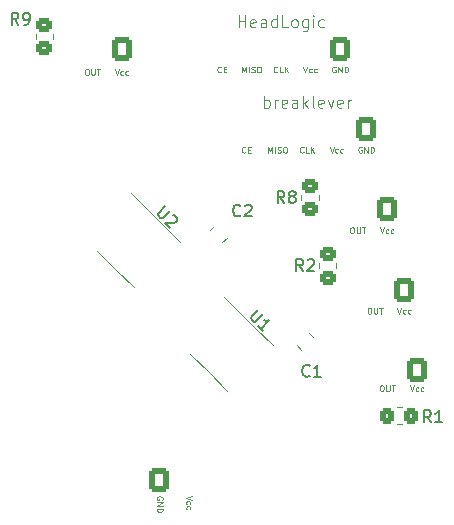
<source format=gto>
%TF.GenerationSoftware,KiCad,Pcbnew,7.0.9*%
%TF.CreationDate,2023-12-16T21:23:10+01:00*%
%TF.ProjectId,LH_GripLogicBoard_FreeJoy,4c485f47-7269-4704-9c6f-676963426f61,rev?*%
%TF.SameCoordinates,Original*%
%TF.FileFunction,Legend,Top*%
%TF.FilePolarity,Positive*%
%FSLAX46Y46*%
G04 Gerber Fmt 4.6, Leading zero omitted, Abs format (unit mm)*
G04 Created by KiCad (PCBNEW 7.0.9) date 2023-12-16 21:23:10*
%MOMM*%
%LPD*%
G01*
G04 APERTURE LIST*
G04 Aperture macros list*
%AMRoundRect*
0 Rectangle with rounded corners*
0 $1 Rounding radius*
0 $2 $3 $4 $5 $6 $7 $8 $9 X,Y pos of 4 corners*
0 Add a 4 corners polygon primitive as box body*
4,1,4,$2,$3,$4,$5,$6,$7,$8,$9,$2,$3,0*
0 Add four circle primitives for the rounded corners*
1,1,$1+$1,$2,$3*
1,1,$1+$1,$4,$5*
1,1,$1+$1,$6,$7*
1,1,$1+$1,$8,$9*
0 Add four rect primitives between the rounded corners*
20,1,$1+$1,$2,$3,$4,$5,0*
20,1,$1+$1,$4,$5,$6,$7,0*
20,1,$1+$1,$6,$7,$8,$9,0*
20,1,$1+$1,$8,$9,$2,$3,0*%
G04 Aperture macros list end*
%ADD10C,0.075000*%
%ADD11C,0.100000*%
%ADD12C,0.150000*%
%ADD13C,0.120000*%
%ADD14RoundRect,0.250000X0.600000X0.725000X-0.600000X0.725000X-0.600000X-0.725000X0.600000X-0.725000X0*%
%ADD15O,1.700000X1.950000*%
%ADD16RoundRect,0.250000X0.600000X0.750000X-0.600000X0.750000X-0.600000X-0.750000X0.600000X-0.750000X0*%
%ADD17O,1.700000X2.000000*%
%ADD18RoundRect,0.250000X-0.600000X-0.725000X0.600000X-0.725000X0.600000X0.725000X-0.600000X0.725000X0*%
%ADD19RoundRect,0.250000X0.574524X0.097227X0.097227X0.574524X-0.574524X-0.097227X-0.097227X-0.574524X0*%
%ADD20RoundRect,0.250000X0.450000X-0.350000X0.450000X0.350000X-0.450000X0.350000X-0.450000X-0.350000X0*%
%ADD21RoundRect,0.100000X-0.521491X0.380070X0.380070X-0.521491X0.521491X-0.380070X-0.380070X0.521491X0*%
%ADD22RoundRect,0.250000X-0.350000X-0.450000X0.350000X-0.450000X0.350000X0.450000X-0.350000X0.450000X0*%
%ADD23C,2.200000*%
%ADD24RoundRect,0.250000X-0.097227X0.574524X-0.574524X0.097227X0.097227X-0.574524X0.574524X-0.097227X0*%
G04 APERTURE END LIST*
D10*
X52659999Y-47539909D02*
X52755237Y-47539909D01*
X52755237Y-47539909D02*
X52802856Y-47563719D01*
X52802856Y-47563719D02*
X52850475Y-47611338D01*
X52850475Y-47611338D02*
X52874285Y-47706576D01*
X52874285Y-47706576D02*
X52874285Y-47873242D01*
X52874285Y-47873242D02*
X52850475Y-47968480D01*
X52850475Y-47968480D02*
X52802856Y-48016100D01*
X52802856Y-48016100D02*
X52755237Y-48039909D01*
X52755237Y-48039909D02*
X52659999Y-48039909D01*
X52659999Y-48039909D02*
X52612380Y-48016100D01*
X52612380Y-48016100D02*
X52564761Y-47968480D01*
X52564761Y-47968480D02*
X52540952Y-47873242D01*
X52540952Y-47873242D02*
X52540952Y-47706576D01*
X52540952Y-47706576D02*
X52564761Y-47611338D01*
X52564761Y-47611338D02*
X52612380Y-47563719D01*
X52612380Y-47563719D02*
X52659999Y-47539909D01*
X53088571Y-47539909D02*
X53088571Y-47944671D01*
X53088571Y-47944671D02*
X53112381Y-47992290D01*
X53112381Y-47992290D02*
X53136190Y-48016100D01*
X53136190Y-48016100D02*
X53183809Y-48039909D01*
X53183809Y-48039909D02*
X53279047Y-48039909D01*
X53279047Y-48039909D02*
X53326666Y-48016100D01*
X53326666Y-48016100D02*
X53350476Y-47992290D01*
X53350476Y-47992290D02*
X53374285Y-47944671D01*
X53374285Y-47944671D02*
X53374285Y-47539909D01*
X53540953Y-47539909D02*
X53826667Y-47539909D01*
X53683810Y-48039909D02*
X53683810Y-47539909D01*
X55104763Y-47539909D02*
X55271429Y-48039909D01*
X55271429Y-48039909D02*
X55438096Y-47539909D01*
X55819048Y-48016100D02*
X55771429Y-48039909D01*
X55771429Y-48039909D02*
X55676191Y-48039909D01*
X55676191Y-48039909D02*
X55628572Y-48016100D01*
X55628572Y-48016100D02*
X55604762Y-47992290D01*
X55604762Y-47992290D02*
X55580953Y-47944671D01*
X55580953Y-47944671D02*
X55580953Y-47801814D01*
X55580953Y-47801814D02*
X55604762Y-47754195D01*
X55604762Y-47754195D02*
X55628572Y-47730385D01*
X55628572Y-47730385D02*
X55676191Y-47706576D01*
X55676191Y-47706576D02*
X55771429Y-47706576D01*
X55771429Y-47706576D02*
X55819048Y-47730385D01*
X56247619Y-48016100D02*
X56200000Y-48039909D01*
X56200000Y-48039909D02*
X56104762Y-48039909D01*
X56104762Y-48039909D02*
X56057143Y-48016100D01*
X56057143Y-48016100D02*
X56033333Y-47992290D01*
X56033333Y-47992290D02*
X56009524Y-47944671D01*
X56009524Y-47944671D02*
X56009524Y-47801814D01*
X56009524Y-47801814D02*
X56033333Y-47754195D01*
X56033333Y-47754195D02*
X56057143Y-47730385D01*
X56057143Y-47730385D02*
X56104762Y-47706576D01*
X56104762Y-47706576D02*
X56200000Y-47706576D01*
X56200000Y-47706576D02*
X56247619Y-47730385D01*
X30104763Y-20762409D02*
X30271429Y-21262409D01*
X30271429Y-21262409D02*
X30438096Y-20762409D01*
X30819048Y-21238600D02*
X30771429Y-21262409D01*
X30771429Y-21262409D02*
X30676191Y-21262409D01*
X30676191Y-21262409D02*
X30628572Y-21238600D01*
X30628572Y-21238600D02*
X30604762Y-21214790D01*
X30604762Y-21214790D02*
X30580953Y-21167171D01*
X30580953Y-21167171D02*
X30580953Y-21024314D01*
X30580953Y-21024314D02*
X30604762Y-20976695D01*
X30604762Y-20976695D02*
X30628572Y-20952885D01*
X30628572Y-20952885D02*
X30676191Y-20929076D01*
X30676191Y-20929076D02*
X30771429Y-20929076D01*
X30771429Y-20929076D02*
X30819048Y-20952885D01*
X31247619Y-21238600D02*
X31200000Y-21262409D01*
X31200000Y-21262409D02*
X31104762Y-21262409D01*
X31104762Y-21262409D02*
X31057143Y-21238600D01*
X31057143Y-21238600D02*
X31033333Y-21214790D01*
X31033333Y-21214790D02*
X31009524Y-21167171D01*
X31009524Y-21167171D02*
X31009524Y-21024314D01*
X31009524Y-21024314D02*
X31033333Y-20976695D01*
X31033333Y-20976695D02*
X31057143Y-20952885D01*
X31057143Y-20952885D02*
X31104762Y-20929076D01*
X31104762Y-20929076D02*
X31200000Y-20929076D01*
X31200000Y-20929076D02*
X31247619Y-20952885D01*
X27699999Y-20762409D02*
X27795237Y-20762409D01*
X27795237Y-20762409D02*
X27842856Y-20786219D01*
X27842856Y-20786219D02*
X27890475Y-20833838D01*
X27890475Y-20833838D02*
X27914285Y-20929076D01*
X27914285Y-20929076D02*
X27914285Y-21095742D01*
X27914285Y-21095742D02*
X27890475Y-21190980D01*
X27890475Y-21190980D02*
X27842856Y-21238600D01*
X27842856Y-21238600D02*
X27795237Y-21262409D01*
X27795237Y-21262409D02*
X27699999Y-21262409D01*
X27699999Y-21262409D02*
X27652380Y-21238600D01*
X27652380Y-21238600D02*
X27604761Y-21190980D01*
X27604761Y-21190980D02*
X27580952Y-21095742D01*
X27580952Y-21095742D02*
X27580952Y-20929076D01*
X27580952Y-20929076D02*
X27604761Y-20833838D01*
X27604761Y-20833838D02*
X27652380Y-20786219D01*
X27652380Y-20786219D02*
X27699999Y-20762409D01*
X28128571Y-20762409D02*
X28128571Y-21167171D01*
X28128571Y-21167171D02*
X28152381Y-21214790D01*
X28152381Y-21214790D02*
X28176190Y-21238600D01*
X28176190Y-21238600D02*
X28223809Y-21262409D01*
X28223809Y-21262409D02*
X28319047Y-21262409D01*
X28319047Y-21262409D02*
X28366666Y-21238600D01*
X28366666Y-21238600D02*
X28390476Y-21214790D01*
X28390476Y-21214790D02*
X28414285Y-21167171D01*
X28414285Y-21167171D02*
X28414285Y-20762409D01*
X28580953Y-20762409D02*
X28866667Y-20762409D01*
X28723810Y-21262409D02*
X28723810Y-20762409D01*
X50159999Y-34159909D02*
X50255237Y-34159909D01*
X50255237Y-34159909D02*
X50302856Y-34183719D01*
X50302856Y-34183719D02*
X50350475Y-34231338D01*
X50350475Y-34231338D02*
X50374285Y-34326576D01*
X50374285Y-34326576D02*
X50374285Y-34493242D01*
X50374285Y-34493242D02*
X50350475Y-34588480D01*
X50350475Y-34588480D02*
X50302856Y-34636100D01*
X50302856Y-34636100D02*
X50255237Y-34659909D01*
X50255237Y-34659909D02*
X50159999Y-34659909D01*
X50159999Y-34659909D02*
X50112380Y-34636100D01*
X50112380Y-34636100D02*
X50064761Y-34588480D01*
X50064761Y-34588480D02*
X50040952Y-34493242D01*
X50040952Y-34493242D02*
X50040952Y-34326576D01*
X50040952Y-34326576D02*
X50064761Y-34231338D01*
X50064761Y-34231338D02*
X50112380Y-34183719D01*
X50112380Y-34183719D02*
X50159999Y-34159909D01*
X50588571Y-34159909D02*
X50588571Y-34564671D01*
X50588571Y-34564671D02*
X50612381Y-34612290D01*
X50612381Y-34612290D02*
X50636190Y-34636100D01*
X50636190Y-34636100D02*
X50683809Y-34659909D01*
X50683809Y-34659909D02*
X50779047Y-34659909D01*
X50779047Y-34659909D02*
X50826666Y-34636100D01*
X50826666Y-34636100D02*
X50850476Y-34612290D01*
X50850476Y-34612290D02*
X50874285Y-34564671D01*
X50874285Y-34564671D02*
X50874285Y-34159909D01*
X51040953Y-34159909D02*
X51326667Y-34159909D01*
X51183810Y-34659909D02*
X51183810Y-34159909D01*
D11*
X52564763Y-34158609D02*
X52731429Y-34658609D01*
X52731429Y-34658609D02*
X52898096Y-34158609D01*
X53279048Y-34634800D02*
X53231429Y-34658609D01*
X53231429Y-34658609D02*
X53136191Y-34658609D01*
X53136191Y-34658609D02*
X53088572Y-34634800D01*
X53088572Y-34634800D02*
X53064762Y-34610990D01*
X53064762Y-34610990D02*
X53040953Y-34563371D01*
X53040953Y-34563371D02*
X53040953Y-34420514D01*
X53040953Y-34420514D02*
X53064762Y-34372895D01*
X53064762Y-34372895D02*
X53088572Y-34349085D01*
X53088572Y-34349085D02*
X53136191Y-34325276D01*
X53136191Y-34325276D02*
X53231429Y-34325276D01*
X53231429Y-34325276D02*
X53279048Y-34349085D01*
X53707619Y-34634800D02*
X53660000Y-34658609D01*
X53660000Y-34658609D02*
X53564762Y-34658609D01*
X53564762Y-34658609D02*
X53517143Y-34634800D01*
X53517143Y-34634800D02*
X53493333Y-34610990D01*
X53493333Y-34610990D02*
X53469524Y-34563371D01*
X53469524Y-34563371D02*
X53469524Y-34420514D01*
X53469524Y-34420514D02*
X53493333Y-34372895D01*
X53493333Y-34372895D02*
X53517143Y-34349085D01*
X53517143Y-34349085D02*
X53564762Y-34325276D01*
X53564762Y-34325276D02*
X53660000Y-34325276D01*
X53660000Y-34325276D02*
X53707619Y-34349085D01*
D10*
X54034763Y-40959909D02*
X54201429Y-41459909D01*
X54201429Y-41459909D02*
X54368096Y-40959909D01*
X54749048Y-41436100D02*
X54701429Y-41459909D01*
X54701429Y-41459909D02*
X54606191Y-41459909D01*
X54606191Y-41459909D02*
X54558572Y-41436100D01*
X54558572Y-41436100D02*
X54534762Y-41412290D01*
X54534762Y-41412290D02*
X54510953Y-41364671D01*
X54510953Y-41364671D02*
X54510953Y-41221814D01*
X54510953Y-41221814D02*
X54534762Y-41174195D01*
X54534762Y-41174195D02*
X54558572Y-41150385D01*
X54558572Y-41150385D02*
X54606191Y-41126576D01*
X54606191Y-41126576D02*
X54701429Y-41126576D01*
X54701429Y-41126576D02*
X54749048Y-41150385D01*
X55177619Y-41436100D02*
X55130000Y-41459909D01*
X55130000Y-41459909D02*
X55034762Y-41459909D01*
X55034762Y-41459909D02*
X54987143Y-41436100D01*
X54987143Y-41436100D02*
X54963333Y-41412290D01*
X54963333Y-41412290D02*
X54939524Y-41364671D01*
X54939524Y-41364671D02*
X54939524Y-41221814D01*
X54939524Y-41221814D02*
X54963333Y-41174195D01*
X54963333Y-41174195D02*
X54987143Y-41150385D01*
X54987143Y-41150385D02*
X55034762Y-41126576D01*
X55034762Y-41126576D02*
X55130000Y-41126576D01*
X55130000Y-41126576D02*
X55177619Y-41150385D01*
X51629999Y-40959909D02*
X51725237Y-40959909D01*
X51725237Y-40959909D02*
X51772856Y-40983719D01*
X51772856Y-40983719D02*
X51820475Y-41031338D01*
X51820475Y-41031338D02*
X51844285Y-41126576D01*
X51844285Y-41126576D02*
X51844285Y-41293242D01*
X51844285Y-41293242D02*
X51820475Y-41388480D01*
X51820475Y-41388480D02*
X51772856Y-41436100D01*
X51772856Y-41436100D02*
X51725237Y-41459909D01*
X51725237Y-41459909D02*
X51629999Y-41459909D01*
X51629999Y-41459909D02*
X51582380Y-41436100D01*
X51582380Y-41436100D02*
X51534761Y-41388480D01*
X51534761Y-41388480D02*
X51510952Y-41293242D01*
X51510952Y-41293242D02*
X51510952Y-41126576D01*
X51510952Y-41126576D02*
X51534761Y-41031338D01*
X51534761Y-41031338D02*
X51582380Y-40983719D01*
X51582380Y-40983719D02*
X51629999Y-40959909D01*
X52058571Y-40959909D02*
X52058571Y-41364671D01*
X52058571Y-41364671D02*
X52082381Y-41412290D01*
X52082381Y-41412290D02*
X52106190Y-41436100D01*
X52106190Y-41436100D02*
X52153809Y-41459909D01*
X52153809Y-41459909D02*
X52249047Y-41459909D01*
X52249047Y-41459909D02*
X52296666Y-41436100D01*
X52296666Y-41436100D02*
X52320476Y-41412290D01*
X52320476Y-41412290D02*
X52344285Y-41364671D01*
X52344285Y-41364671D02*
X52344285Y-40959909D01*
X52510953Y-40959909D02*
X52796667Y-40959909D01*
X52653810Y-41459909D02*
X52653810Y-40959909D01*
X40894285Y-21049909D02*
X40894285Y-20549909D01*
X40894285Y-20549909D02*
X41060952Y-20907052D01*
X41060952Y-20907052D02*
X41227618Y-20549909D01*
X41227618Y-20549909D02*
X41227618Y-21049909D01*
X41465714Y-21049909D02*
X41465714Y-20549909D01*
X41680000Y-21026100D02*
X41751428Y-21049909D01*
X41751428Y-21049909D02*
X41870476Y-21049909D01*
X41870476Y-21049909D02*
X41918095Y-21026100D01*
X41918095Y-21026100D02*
X41941904Y-21002290D01*
X41941904Y-21002290D02*
X41965714Y-20954671D01*
X41965714Y-20954671D02*
X41965714Y-20907052D01*
X41965714Y-20907052D02*
X41941904Y-20859433D01*
X41941904Y-20859433D02*
X41918095Y-20835623D01*
X41918095Y-20835623D02*
X41870476Y-20811814D01*
X41870476Y-20811814D02*
X41775238Y-20788004D01*
X41775238Y-20788004D02*
X41727619Y-20764195D01*
X41727619Y-20764195D02*
X41703809Y-20740385D01*
X41703809Y-20740385D02*
X41680000Y-20692766D01*
X41680000Y-20692766D02*
X41680000Y-20645147D01*
X41680000Y-20645147D02*
X41703809Y-20597528D01*
X41703809Y-20597528D02*
X41727619Y-20573719D01*
X41727619Y-20573719D02*
X41775238Y-20549909D01*
X41775238Y-20549909D02*
X41894285Y-20549909D01*
X41894285Y-20549909D02*
X41965714Y-20573719D01*
X42275237Y-20549909D02*
X42370475Y-20549909D01*
X42370475Y-20549909D02*
X42418094Y-20573719D01*
X42418094Y-20573719D02*
X42465713Y-20621338D01*
X42465713Y-20621338D02*
X42489523Y-20716576D01*
X42489523Y-20716576D02*
X42489523Y-20883242D01*
X42489523Y-20883242D02*
X42465713Y-20978480D01*
X42465713Y-20978480D02*
X42418094Y-21026100D01*
X42418094Y-21026100D02*
X42370475Y-21049909D01*
X42370475Y-21049909D02*
X42275237Y-21049909D01*
X42275237Y-21049909D02*
X42227618Y-21026100D01*
X42227618Y-21026100D02*
X42179999Y-20978480D01*
X42179999Y-20978480D02*
X42156190Y-20883242D01*
X42156190Y-20883242D02*
X42156190Y-20716576D01*
X42156190Y-20716576D02*
X42179999Y-20621338D01*
X42179999Y-20621338D02*
X42227618Y-20573719D01*
X42227618Y-20573719D02*
X42275237Y-20549909D01*
X46084763Y-20549909D02*
X46251429Y-21049909D01*
X46251429Y-21049909D02*
X46418096Y-20549909D01*
X46799048Y-21026100D02*
X46751429Y-21049909D01*
X46751429Y-21049909D02*
X46656191Y-21049909D01*
X46656191Y-21049909D02*
X46608572Y-21026100D01*
X46608572Y-21026100D02*
X46584762Y-21002290D01*
X46584762Y-21002290D02*
X46560953Y-20954671D01*
X46560953Y-20954671D02*
X46560953Y-20811814D01*
X46560953Y-20811814D02*
X46584762Y-20764195D01*
X46584762Y-20764195D02*
X46608572Y-20740385D01*
X46608572Y-20740385D02*
X46656191Y-20716576D01*
X46656191Y-20716576D02*
X46751429Y-20716576D01*
X46751429Y-20716576D02*
X46799048Y-20740385D01*
X47227619Y-21026100D02*
X47180000Y-21049909D01*
X47180000Y-21049909D02*
X47084762Y-21049909D01*
X47084762Y-21049909D02*
X47037143Y-21026100D01*
X47037143Y-21026100D02*
X47013333Y-21002290D01*
X47013333Y-21002290D02*
X46989524Y-20954671D01*
X46989524Y-20954671D02*
X46989524Y-20811814D01*
X46989524Y-20811814D02*
X47013333Y-20764195D01*
X47013333Y-20764195D02*
X47037143Y-20740385D01*
X47037143Y-20740385D02*
X47084762Y-20716576D01*
X47084762Y-20716576D02*
X47180000Y-20716576D01*
X47180000Y-20716576D02*
X47227619Y-20740385D01*
X43882380Y-21002290D02*
X43858571Y-21026100D01*
X43858571Y-21026100D02*
X43787142Y-21049909D01*
X43787142Y-21049909D02*
X43739523Y-21049909D01*
X43739523Y-21049909D02*
X43668095Y-21026100D01*
X43668095Y-21026100D02*
X43620476Y-20978480D01*
X43620476Y-20978480D02*
X43596666Y-20930861D01*
X43596666Y-20930861D02*
X43572857Y-20835623D01*
X43572857Y-20835623D02*
X43572857Y-20764195D01*
X43572857Y-20764195D02*
X43596666Y-20668957D01*
X43596666Y-20668957D02*
X43620476Y-20621338D01*
X43620476Y-20621338D02*
X43668095Y-20573719D01*
X43668095Y-20573719D02*
X43739523Y-20549909D01*
X43739523Y-20549909D02*
X43787142Y-20549909D01*
X43787142Y-20549909D02*
X43858571Y-20573719D01*
X43858571Y-20573719D02*
X43882380Y-20597528D01*
X44334761Y-21049909D02*
X44096666Y-21049909D01*
X44096666Y-21049909D02*
X44096666Y-20549909D01*
X44501428Y-21049909D02*
X44501428Y-20549909D01*
X44787142Y-21049909D02*
X44572857Y-20764195D01*
X44787142Y-20549909D02*
X44501428Y-20835623D01*
X48799047Y-20573719D02*
X48751428Y-20549909D01*
X48751428Y-20549909D02*
X48679999Y-20549909D01*
X48679999Y-20549909D02*
X48608571Y-20573719D01*
X48608571Y-20573719D02*
X48560952Y-20621338D01*
X48560952Y-20621338D02*
X48537142Y-20668957D01*
X48537142Y-20668957D02*
X48513333Y-20764195D01*
X48513333Y-20764195D02*
X48513333Y-20835623D01*
X48513333Y-20835623D02*
X48537142Y-20930861D01*
X48537142Y-20930861D02*
X48560952Y-20978480D01*
X48560952Y-20978480D02*
X48608571Y-21026100D01*
X48608571Y-21026100D02*
X48679999Y-21049909D01*
X48679999Y-21049909D02*
X48727618Y-21049909D01*
X48727618Y-21049909D02*
X48799047Y-21026100D01*
X48799047Y-21026100D02*
X48822856Y-21002290D01*
X48822856Y-21002290D02*
X48822856Y-20835623D01*
X48822856Y-20835623D02*
X48727618Y-20835623D01*
X49037142Y-21049909D02*
X49037142Y-20549909D01*
X49037142Y-20549909D02*
X49322856Y-21049909D01*
X49322856Y-21049909D02*
X49322856Y-20549909D01*
X49560952Y-21049909D02*
X49560952Y-20549909D01*
X49560952Y-20549909D02*
X49680000Y-20549909D01*
X49680000Y-20549909D02*
X49751428Y-20573719D01*
X49751428Y-20573719D02*
X49799047Y-20621338D01*
X49799047Y-20621338D02*
X49822857Y-20668957D01*
X49822857Y-20668957D02*
X49846666Y-20764195D01*
X49846666Y-20764195D02*
X49846666Y-20835623D01*
X49846666Y-20835623D02*
X49822857Y-20930861D01*
X49822857Y-20930861D02*
X49799047Y-20978480D01*
X49799047Y-20978480D02*
X49751428Y-21026100D01*
X49751428Y-21026100D02*
X49680000Y-21049909D01*
X49680000Y-21049909D02*
X49560952Y-21049909D01*
X39108571Y-21002290D02*
X39084762Y-21026100D01*
X39084762Y-21026100D02*
X39013333Y-21049909D01*
X39013333Y-21049909D02*
X38965714Y-21049909D01*
X38965714Y-21049909D02*
X38894286Y-21026100D01*
X38894286Y-21026100D02*
X38846667Y-20978480D01*
X38846667Y-20978480D02*
X38822857Y-20930861D01*
X38822857Y-20930861D02*
X38799048Y-20835623D01*
X38799048Y-20835623D02*
X38799048Y-20764195D01*
X38799048Y-20764195D02*
X38822857Y-20668957D01*
X38822857Y-20668957D02*
X38846667Y-20621338D01*
X38846667Y-20621338D02*
X38894286Y-20573719D01*
X38894286Y-20573719D02*
X38965714Y-20549909D01*
X38965714Y-20549909D02*
X39013333Y-20549909D01*
X39013333Y-20549909D02*
X39084762Y-20573719D01*
X39084762Y-20573719D02*
X39108571Y-20597528D01*
X39322857Y-20788004D02*
X39489524Y-20788004D01*
X39560952Y-21049909D02*
X39322857Y-21049909D01*
X39322857Y-21049909D02*
X39322857Y-20549909D01*
X39322857Y-20549909D02*
X39560952Y-20549909D01*
D11*
X40594762Y-17212419D02*
X40594762Y-16212419D01*
X40594762Y-16688609D02*
X41166190Y-16688609D01*
X41166190Y-17212419D02*
X41166190Y-16212419D01*
X42023333Y-17164800D02*
X41928095Y-17212419D01*
X41928095Y-17212419D02*
X41737619Y-17212419D01*
X41737619Y-17212419D02*
X41642381Y-17164800D01*
X41642381Y-17164800D02*
X41594762Y-17069561D01*
X41594762Y-17069561D02*
X41594762Y-16688609D01*
X41594762Y-16688609D02*
X41642381Y-16593371D01*
X41642381Y-16593371D02*
X41737619Y-16545752D01*
X41737619Y-16545752D02*
X41928095Y-16545752D01*
X41928095Y-16545752D02*
X42023333Y-16593371D01*
X42023333Y-16593371D02*
X42070952Y-16688609D01*
X42070952Y-16688609D02*
X42070952Y-16783847D01*
X42070952Y-16783847D02*
X41594762Y-16879085D01*
X42928095Y-17212419D02*
X42928095Y-16688609D01*
X42928095Y-16688609D02*
X42880476Y-16593371D01*
X42880476Y-16593371D02*
X42785238Y-16545752D01*
X42785238Y-16545752D02*
X42594762Y-16545752D01*
X42594762Y-16545752D02*
X42499524Y-16593371D01*
X42928095Y-17164800D02*
X42832857Y-17212419D01*
X42832857Y-17212419D02*
X42594762Y-17212419D01*
X42594762Y-17212419D02*
X42499524Y-17164800D01*
X42499524Y-17164800D02*
X42451905Y-17069561D01*
X42451905Y-17069561D02*
X42451905Y-16974323D01*
X42451905Y-16974323D02*
X42499524Y-16879085D01*
X42499524Y-16879085D02*
X42594762Y-16831466D01*
X42594762Y-16831466D02*
X42832857Y-16831466D01*
X42832857Y-16831466D02*
X42928095Y-16783847D01*
X43832857Y-17212419D02*
X43832857Y-16212419D01*
X43832857Y-17164800D02*
X43737619Y-17212419D01*
X43737619Y-17212419D02*
X43547143Y-17212419D01*
X43547143Y-17212419D02*
X43451905Y-17164800D01*
X43451905Y-17164800D02*
X43404286Y-17117180D01*
X43404286Y-17117180D02*
X43356667Y-17021942D01*
X43356667Y-17021942D02*
X43356667Y-16736228D01*
X43356667Y-16736228D02*
X43404286Y-16640990D01*
X43404286Y-16640990D02*
X43451905Y-16593371D01*
X43451905Y-16593371D02*
X43547143Y-16545752D01*
X43547143Y-16545752D02*
X43737619Y-16545752D01*
X43737619Y-16545752D02*
X43832857Y-16593371D01*
X44785238Y-17212419D02*
X44309048Y-17212419D01*
X44309048Y-17212419D02*
X44309048Y-16212419D01*
X45261429Y-17212419D02*
X45166191Y-17164800D01*
X45166191Y-17164800D02*
X45118572Y-17117180D01*
X45118572Y-17117180D02*
X45070953Y-17021942D01*
X45070953Y-17021942D02*
X45070953Y-16736228D01*
X45070953Y-16736228D02*
X45118572Y-16640990D01*
X45118572Y-16640990D02*
X45166191Y-16593371D01*
X45166191Y-16593371D02*
X45261429Y-16545752D01*
X45261429Y-16545752D02*
X45404286Y-16545752D01*
X45404286Y-16545752D02*
X45499524Y-16593371D01*
X45499524Y-16593371D02*
X45547143Y-16640990D01*
X45547143Y-16640990D02*
X45594762Y-16736228D01*
X45594762Y-16736228D02*
X45594762Y-17021942D01*
X45594762Y-17021942D02*
X45547143Y-17117180D01*
X45547143Y-17117180D02*
X45499524Y-17164800D01*
X45499524Y-17164800D02*
X45404286Y-17212419D01*
X45404286Y-17212419D02*
X45261429Y-17212419D01*
X46451905Y-16545752D02*
X46451905Y-17355276D01*
X46451905Y-17355276D02*
X46404286Y-17450514D01*
X46404286Y-17450514D02*
X46356667Y-17498133D01*
X46356667Y-17498133D02*
X46261429Y-17545752D01*
X46261429Y-17545752D02*
X46118572Y-17545752D01*
X46118572Y-17545752D02*
X46023334Y-17498133D01*
X46451905Y-17164800D02*
X46356667Y-17212419D01*
X46356667Y-17212419D02*
X46166191Y-17212419D01*
X46166191Y-17212419D02*
X46070953Y-17164800D01*
X46070953Y-17164800D02*
X46023334Y-17117180D01*
X46023334Y-17117180D02*
X45975715Y-17021942D01*
X45975715Y-17021942D02*
X45975715Y-16736228D01*
X45975715Y-16736228D02*
X46023334Y-16640990D01*
X46023334Y-16640990D02*
X46070953Y-16593371D01*
X46070953Y-16593371D02*
X46166191Y-16545752D01*
X46166191Y-16545752D02*
X46356667Y-16545752D01*
X46356667Y-16545752D02*
X46451905Y-16593371D01*
X46928096Y-17212419D02*
X46928096Y-16545752D01*
X46928096Y-16212419D02*
X46880477Y-16260038D01*
X46880477Y-16260038D02*
X46928096Y-16307657D01*
X46928096Y-16307657D02*
X46975715Y-16260038D01*
X46975715Y-16260038D02*
X46928096Y-16212419D01*
X46928096Y-16212419D02*
X46928096Y-16307657D01*
X47832857Y-17164800D02*
X47737619Y-17212419D01*
X47737619Y-17212419D02*
X47547143Y-17212419D01*
X47547143Y-17212419D02*
X47451905Y-17164800D01*
X47451905Y-17164800D02*
X47404286Y-17117180D01*
X47404286Y-17117180D02*
X47356667Y-17021942D01*
X47356667Y-17021942D02*
X47356667Y-16736228D01*
X47356667Y-16736228D02*
X47404286Y-16640990D01*
X47404286Y-16640990D02*
X47451905Y-16593371D01*
X47451905Y-16593371D02*
X47547143Y-16545752D01*
X47547143Y-16545752D02*
X47737619Y-16545752D01*
X47737619Y-16545752D02*
X47832857Y-16593371D01*
D10*
X48294763Y-27349909D02*
X48461429Y-27849909D01*
X48461429Y-27849909D02*
X48628096Y-27349909D01*
X49009048Y-27826100D02*
X48961429Y-27849909D01*
X48961429Y-27849909D02*
X48866191Y-27849909D01*
X48866191Y-27849909D02*
X48818572Y-27826100D01*
X48818572Y-27826100D02*
X48794762Y-27802290D01*
X48794762Y-27802290D02*
X48770953Y-27754671D01*
X48770953Y-27754671D02*
X48770953Y-27611814D01*
X48770953Y-27611814D02*
X48794762Y-27564195D01*
X48794762Y-27564195D02*
X48818572Y-27540385D01*
X48818572Y-27540385D02*
X48866191Y-27516576D01*
X48866191Y-27516576D02*
X48961429Y-27516576D01*
X48961429Y-27516576D02*
X49009048Y-27540385D01*
X49437619Y-27826100D02*
X49390000Y-27849909D01*
X49390000Y-27849909D02*
X49294762Y-27849909D01*
X49294762Y-27849909D02*
X49247143Y-27826100D01*
X49247143Y-27826100D02*
X49223333Y-27802290D01*
X49223333Y-27802290D02*
X49199524Y-27754671D01*
X49199524Y-27754671D02*
X49199524Y-27611814D01*
X49199524Y-27611814D02*
X49223333Y-27564195D01*
X49223333Y-27564195D02*
X49247143Y-27540385D01*
X49247143Y-27540385D02*
X49294762Y-27516576D01*
X49294762Y-27516576D02*
X49390000Y-27516576D01*
X49390000Y-27516576D02*
X49437619Y-27540385D01*
X43104285Y-27849909D02*
X43104285Y-27349909D01*
X43104285Y-27349909D02*
X43270952Y-27707052D01*
X43270952Y-27707052D02*
X43437618Y-27349909D01*
X43437618Y-27349909D02*
X43437618Y-27849909D01*
X43675714Y-27849909D02*
X43675714Y-27349909D01*
X43890000Y-27826100D02*
X43961428Y-27849909D01*
X43961428Y-27849909D02*
X44080476Y-27849909D01*
X44080476Y-27849909D02*
X44128095Y-27826100D01*
X44128095Y-27826100D02*
X44151904Y-27802290D01*
X44151904Y-27802290D02*
X44175714Y-27754671D01*
X44175714Y-27754671D02*
X44175714Y-27707052D01*
X44175714Y-27707052D02*
X44151904Y-27659433D01*
X44151904Y-27659433D02*
X44128095Y-27635623D01*
X44128095Y-27635623D02*
X44080476Y-27611814D01*
X44080476Y-27611814D02*
X43985238Y-27588004D01*
X43985238Y-27588004D02*
X43937619Y-27564195D01*
X43937619Y-27564195D02*
X43913809Y-27540385D01*
X43913809Y-27540385D02*
X43890000Y-27492766D01*
X43890000Y-27492766D02*
X43890000Y-27445147D01*
X43890000Y-27445147D02*
X43913809Y-27397528D01*
X43913809Y-27397528D02*
X43937619Y-27373719D01*
X43937619Y-27373719D02*
X43985238Y-27349909D01*
X43985238Y-27349909D02*
X44104285Y-27349909D01*
X44104285Y-27349909D02*
X44175714Y-27373719D01*
X44485237Y-27349909D02*
X44580475Y-27349909D01*
X44580475Y-27349909D02*
X44628094Y-27373719D01*
X44628094Y-27373719D02*
X44675713Y-27421338D01*
X44675713Y-27421338D02*
X44699523Y-27516576D01*
X44699523Y-27516576D02*
X44699523Y-27683242D01*
X44699523Y-27683242D02*
X44675713Y-27778480D01*
X44675713Y-27778480D02*
X44628094Y-27826100D01*
X44628094Y-27826100D02*
X44580475Y-27849909D01*
X44580475Y-27849909D02*
X44485237Y-27849909D01*
X44485237Y-27849909D02*
X44437618Y-27826100D01*
X44437618Y-27826100D02*
X44389999Y-27778480D01*
X44389999Y-27778480D02*
X44366190Y-27683242D01*
X44366190Y-27683242D02*
X44366190Y-27516576D01*
X44366190Y-27516576D02*
X44389999Y-27421338D01*
X44389999Y-27421338D02*
X44437618Y-27373719D01*
X44437618Y-27373719D02*
X44485237Y-27349909D01*
X46092380Y-27802290D02*
X46068571Y-27826100D01*
X46068571Y-27826100D02*
X45997142Y-27849909D01*
X45997142Y-27849909D02*
X45949523Y-27849909D01*
X45949523Y-27849909D02*
X45878095Y-27826100D01*
X45878095Y-27826100D02*
X45830476Y-27778480D01*
X45830476Y-27778480D02*
X45806666Y-27730861D01*
X45806666Y-27730861D02*
X45782857Y-27635623D01*
X45782857Y-27635623D02*
X45782857Y-27564195D01*
X45782857Y-27564195D02*
X45806666Y-27468957D01*
X45806666Y-27468957D02*
X45830476Y-27421338D01*
X45830476Y-27421338D02*
X45878095Y-27373719D01*
X45878095Y-27373719D02*
X45949523Y-27349909D01*
X45949523Y-27349909D02*
X45997142Y-27349909D01*
X45997142Y-27349909D02*
X46068571Y-27373719D01*
X46068571Y-27373719D02*
X46092380Y-27397528D01*
X46544761Y-27849909D02*
X46306666Y-27849909D01*
X46306666Y-27849909D02*
X46306666Y-27349909D01*
X46711428Y-27849909D02*
X46711428Y-27349909D01*
X46997142Y-27849909D02*
X46782857Y-27564195D01*
X46997142Y-27349909D02*
X46711428Y-27635623D01*
X51009047Y-27373719D02*
X50961428Y-27349909D01*
X50961428Y-27349909D02*
X50889999Y-27349909D01*
X50889999Y-27349909D02*
X50818571Y-27373719D01*
X50818571Y-27373719D02*
X50770952Y-27421338D01*
X50770952Y-27421338D02*
X50747142Y-27468957D01*
X50747142Y-27468957D02*
X50723333Y-27564195D01*
X50723333Y-27564195D02*
X50723333Y-27635623D01*
X50723333Y-27635623D02*
X50747142Y-27730861D01*
X50747142Y-27730861D02*
X50770952Y-27778480D01*
X50770952Y-27778480D02*
X50818571Y-27826100D01*
X50818571Y-27826100D02*
X50889999Y-27849909D01*
X50889999Y-27849909D02*
X50937618Y-27849909D01*
X50937618Y-27849909D02*
X51009047Y-27826100D01*
X51009047Y-27826100D02*
X51032856Y-27802290D01*
X51032856Y-27802290D02*
X51032856Y-27635623D01*
X51032856Y-27635623D02*
X50937618Y-27635623D01*
X51247142Y-27849909D02*
X51247142Y-27349909D01*
X51247142Y-27349909D02*
X51532856Y-27849909D01*
X51532856Y-27849909D02*
X51532856Y-27349909D01*
X51770952Y-27849909D02*
X51770952Y-27349909D01*
X51770952Y-27349909D02*
X51890000Y-27349909D01*
X51890000Y-27349909D02*
X51961428Y-27373719D01*
X51961428Y-27373719D02*
X52009047Y-27421338D01*
X52009047Y-27421338D02*
X52032857Y-27468957D01*
X52032857Y-27468957D02*
X52056666Y-27564195D01*
X52056666Y-27564195D02*
X52056666Y-27635623D01*
X52056666Y-27635623D02*
X52032857Y-27730861D01*
X52032857Y-27730861D02*
X52009047Y-27778480D01*
X52009047Y-27778480D02*
X51961428Y-27826100D01*
X51961428Y-27826100D02*
X51890000Y-27849909D01*
X51890000Y-27849909D02*
X51770952Y-27849909D01*
D11*
X42760951Y-24022419D02*
X42760951Y-23022419D01*
X42760951Y-23403371D02*
X42856189Y-23355752D01*
X42856189Y-23355752D02*
X43046665Y-23355752D01*
X43046665Y-23355752D02*
X43141903Y-23403371D01*
X43141903Y-23403371D02*
X43189522Y-23450990D01*
X43189522Y-23450990D02*
X43237141Y-23546228D01*
X43237141Y-23546228D02*
X43237141Y-23831942D01*
X43237141Y-23831942D02*
X43189522Y-23927180D01*
X43189522Y-23927180D02*
X43141903Y-23974800D01*
X43141903Y-23974800D02*
X43046665Y-24022419D01*
X43046665Y-24022419D02*
X42856189Y-24022419D01*
X42856189Y-24022419D02*
X42760951Y-23974800D01*
X43665713Y-24022419D02*
X43665713Y-23355752D01*
X43665713Y-23546228D02*
X43713332Y-23450990D01*
X43713332Y-23450990D02*
X43760951Y-23403371D01*
X43760951Y-23403371D02*
X43856189Y-23355752D01*
X43856189Y-23355752D02*
X43951427Y-23355752D01*
X44665713Y-23974800D02*
X44570475Y-24022419D01*
X44570475Y-24022419D02*
X44379999Y-24022419D01*
X44379999Y-24022419D02*
X44284761Y-23974800D01*
X44284761Y-23974800D02*
X44237142Y-23879561D01*
X44237142Y-23879561D02*
X44237142Y-23498609D01*
X44237142Y-23498609D02*
X44284761Y-23403371D01*
X44284761Y-23403371D02*
X44379999Y-23355752D01*
X44379999Y-23355752D02*
X44570475Y-23355752D01*
X44570475Y-23355752D02*
X44665713Y-23403371D01*
X44665713Y-23403371D02*
X44713332Y-23498609D01*
X44713332Y-23498609D02*
X44713332Y-23593847D01*
X44713332Y-23593847D02*
X44237142Y-23689085D01*
X45570475Y-24022419D02*
X45570475Y-23498609D01*
X45570475Y-23498609D02*
X45522856Y-23403371D01*
X45522856Y-23403371D02*
X45427618Y-23355752D01*
X45427618Y-23355752D02*
X45237142Y-23355752D01*
X45237142Y-23355752D02*
X45141904Y-23403371D01*
X45570475Y-23974800D02*
X45475237Y-24022419D01*
X45475237Y-24022419D02*
X45237142Y-24022419D01*
X45237142Y-24022419D02*
X45141904Y-23974800D01*
X45141904Y-23974800D02*
X45094285Y-23879561D01*
X45094285Y-23879561D02*
X45094285Y-23784323D01*
X45094285Y-23784323D02*
X45141904Y-23689085D01*
X45141904Y-23689085D02*
X45237142Y-23641466D01*
X45237142Y-23641466D02*
X45475237Y-23641466D01*
X45475237Y-23641466D02*
X45570475Y-23593847D01*
X46046666Y-24022419D02*
X46046666Y-23022419D01*
X46141904Y-23641466D02*
X46427618Y-24022419D01*
X46427618Y-23355752D02*
X46046666Y-23736704D01*
X46999047Y-24022419D02*
X46903809Y-23974800D01*
X46903809Y-23974800D02*
X46856190Y-23879561D01*
X46856190Y-23879561D02*
X46856190Y-23022419D01*
X47760952Y-23974800D02*
X47665714Y-24022419D01*
X47665714Y-24022419D02*
X47475238Y-24022419D01*
X47475238Y-24022419D02*
X47380000Y-23974800D01*
X47380000Y-23974800D02*
X47332381Y-23879561D01*
X47332381Y-23879561D02*
X47332381Y-23498609D01*
X47332381Y-23498609D02*
X47380000Y-23403371D01*
X47380000Y-23403371D02*
X47475238Y-23355752D01*
X47475238Y-23355752D02*
X47665714Y-23355752D01*
X47665714Y-23355752D02*
X47760952Y-23403371D01*
X47760952Y-23403371D02*
X47808571Y-23498609D01*
X47808571Y-23498609D02*
X47808571Y-23593847D01*
X47808571Y-23593847D02*
X47332381Y-23689085D01*
X48141905Y-23355752D02*
X48380000Y-24022419D01*
X48380000Y-24022419D02*
X48618095Y-23355752D01*
X49380000Y-23974800D02*
X49284762Y-24022419D01*
X49284762Y-24022419D02*
X49094286Y-24022419D01*
X49094286Y-24022419D02*
X48999048Y-23974800D01*
X48999048Y-23974800D02*
X48951429Y-23879561D01*
X48951429Y-23879561D02*
X48951429Y-23498609D01*
X48951429Y-23498609D02*
X48999048Y-23403371D01*
X48999048Y-23403371D02*
X49094286Y-23355752D01*
X49094286Y-23355752D02*
X49284762Y-23355752D01*
X49284762Y-23355752D02*
X49380000Y-23403371D01*
X49380000Y-23403371D02*
X49427619Y-23498609D01*
X49427619Y-23498609D02*
X49427619Y-23593847D01*
X49427619Y-23593847D02*
X48951429Y-23689085D01*
X49856191Y-24022419D02*
X49856191Y-23355752D01*
X49856191Y-23546228D02*
X49903810Y-23450990D01*
X49903810Y-23450990D02*
X49951429Y-23403371D01*
X49951429Y-23403371D02*
X50046667Y-23355752D01*
X50046667Y-23355752D02*
X50141905Y-23355752D01*
D10*
X41158571Y-27802290D02*
X41134762Y-27826100D01*
X41134762Y-27826100D02*
X41063333Y-27849909D01*
X41063333Y-27849909D02*
X41015714Y-27849909D01*
X41015714Y-27849909D02*
X40944286Y-27826100D01*
X40944286Y-27826100D02*
X40896667Y-27778480D01*
X40896667Y-27778480D02*
X40872857Y-27730861D01*
X40872857Y-27730861D02*
X40849048Y-27635623D01*
X40849048Y-27635623D02*
X40849048Y-27564195D01*
X40849048Y-27564195D02*
X40872857Y-27468957D01*
X40872857Y-27468957D02*
X40896667Y-27421338D01*
X40896667Y-27421338D02*
X40944286Y-27373719D01*
X40944286Y-27373719D02*
X41015714Y-27349909D01*
X41015714Y-27349909D02*
X41063333Y-27349909D01*
X41063333Y-27349909D02*
X41134762Y-27373719D01*
X41134762Y-27373719D02*
X41158571Y-27397528D01*
X41372857Y-27588004D02*
X41539524Y-27588004D01*
X41610952Y-27849909D02*
X41372857Y-27849909D01*
X41372857Y-27849909D02*
X41372857Y-27349909D01*
X41372857Y-27349909D02*
X41610952Y-27349909D01*
X36662590Y-56886961D02*
X36162590Y-57053627D01*
X36162590Y-57053627D02*
X36662590Y-57220294D01*
X36186400Y-57601246D02*
X36162590Y-57553627D01*
X36162590Y-57553627D02*
X36162590Y-57458389D01*
X36162590Y-57458389D02*
X36186400Y-57410770D01*
X36186400Y-57410770D02*
X36210209Y-57386960D01*
X36210209Y-57386960D02*
X36257828Y-57363151D01*
X36257828Y-57363151D02*
X36400685Y-57363151D01*
X36400685Y-57363151D02*
X36448304Y-57386960D01*
X36448304Y-57386960D02*
X36472114Y-57410770D01*
X36472114Y-57410770D02*
X36495923Y-57458389D01*
X36495923Y-57458389D02*
X36495923Y-57553627D01*
X36495923Y-57553627D02*
X36472114Y-57601246D01*
X36186400Y-58029817D02*
X36162590Y-57982198D01*
X36162590Y-57982198D02*
X36162590Y-57886960D01*
X36162590Y-57886960D02*
X36186400Y-57839341D01*
X36186400Y-57839341D02*
X36210209Y-57815531D01*
X36210209Y-57815531D02*
X36257828Y-57791722D01*
X36257828Y-57791722D02*
X36400685Y-57791722D01*
X36400685Y-57791722D02*
X36448304Y-57815531D01*
X36448304Y-57815531D02*
X36472114Y-57839341D01*
X36472114Y-57839341D02*
X36495923Y-57886960D01*
X36495923Y-57886960D02*
X36495923Y-57982198D01*
X36495923Y-57982198D02*
X36472114Y-58029817D01*
X34138780Y-57220294D02*
X34162590Y-57172675D01*
X34162590Y-57172675D02*
X34162590Y-57101246D01*
X34162590Y-57101246D02*
X34138780Y-57029818D01*
X34138780Y-57029818D02*
X34091161Y-56982199D01*
X34091161Y-56982199D02*
X34043542Y-56958389D01*
X34043542Y-56958389D02*
X33948304Y-56934580D01*
X33948304Y-56934580D02*
X33876876Y-56934580D01*
X33876876Y-56934580D02*
X33781638Y-56958389D01*
X33781638Y-56958389D02*
X33734019Y-56982199D01*
X33734019Y-56982199D02*
X33686400Y-57029818D01*
X33686400Y-57029818D02*
X33662590Y-57101246D01*
X33662590Y-57101246D02*
X33662590Y-57148865D01*
X33662590Y-57148865D02*
X33686400Y-57220294D01*
X33686400Y-57220294D02*
X33710209Y-57244103D01*
X33710209Y-57244103D02*
X33876876Y-57244103D01*
X33876876Y-57244103D02*
X33876876Y-57148865D01*
X33662590Y-57458389D02*
X34162590Y-57458389D01*
X34162590Y-57458389D02*
X33662590Y-57744103D01*
X33662590Y-57744103D02*
X34162590Y-57744103D01*
X33662590Y-57982199D02*
X34162590Y-57982199D01*
X34162590Y-57982199D02*
X34162590Y-58101247D01*
X34162590Y-58101247D02*
X34138780Y-58172675D01*
X34138780Y-58172675D02*
X34091161Y-58220294D01*
X34091161Y-58220294D02*
X34043542Y-58244104D01*
X34043542Y-58244104D02*
X33948304Y-58267913D01*
X33948304Y-58267913D02*
X33876876Y-58267913D01*
X33876876Y-58267913D02*
X33781638Y-58244104D01*
X33781638Y-58244104D02*
X33734019Y-58220294D01*
X33734019Y-58220294D02*
X33686400Y-58172675D01*
X33686400Y-58172675D02*
X33662590Y-58101247D01*
X33662590Y-58101247D02*
X33662590Y-57982199D01*
D12*
X46603333Y-46709580D02*
X46555714Y-46757200D01*
X46555714Y-46757200D02*
X46412857Y-46804819D01*
X46412857Y-46804819D02*
X46317619Y-46804819D01*
X46317619Y-46804819D02*
X46174762Y-46757200D01*
X46174762Y-46757200D02*
X46079524Y-46661961D01*
X46079524Y-46661961D02*
X46031905Y-46566723D01*
X46031905Y-46566723D02*
X45984286Y-46376247D01*
X45984286Y-46376247D02*
X45984286Y-46233390D01*
X45984286Y-46233390D02*
X46031905Y-46042914D01*
X46031905Y-46042914D02*
X46079524Y-45947676D01*
X46079524Y-45947676D02*
X46174762Y-45852438D01*
X46174762Y-45852438D02*
X46317619Y-45804819D01*
X46317619Y-45804819D02*
X46412857Y-45804819D01*
X46412857Y-45804819D02*
X46555714Y-45852438D01*
X46555714Y-45852438D02*
X46603333Y-45900057D01*
X47555714Y-46804819D02*
X46984286Y-46804819D01*
X47270000Y-46804819D02*
X47270000Y-45804819D01*
X47270000Y-45804819D02*
X47174762Y-45947676D01*
X47174762Y-45947676D02*
X47079524Y-46042914D01*
X47079524Y-46042914D02*
X46984286Y-46090533D01*
X21953333Y-17004819D02*
X21620000Y-16528628D01*
X21381905Y-17004819D02*
X21381905Y-16004819D01*
X21381905Y-16004819D02*
X21762857Y-16004819D01*
X21762857Y-16004819D02*
X21858095Y-16052438D01*
X21858095Y-16052438D02*
X21905714Y-16100057D01*
X21905714Y-16100057D02*
X21953333Y-16195295D01*
X21953333Y-16195295D02*
X21953333Y-16338152D01*
X21953333Y-16338152D02*
X21905714Y-16433390D01*
X21905714Y-16433390D02*
X21858095Y-16481009D01*
X21858095Y-16481009D02*
X21762857Y-16528628D01*
X21762857Y-16528628D02*
X21381905Y-16528628D01*
X22429524Y-17004819D02*
X22620000Y-17004819D01*
X22620000Y-17004819D02*
X22715238Y-16957200D01*
X22715238Y-16957200D02*
X22762857Y-16909580D01*
X22762857Y-16909580D02*
X22858095Y-16766723D01*
X22858095Y-16766723D02*
X22905714Y-16576247D01*
X22905714Y-16576247D02*
X22905714Y-16195295D01*
X22905714Y-16195295D02*
X22858095Y-16100057D01*
X22858095Y-16100057D02*
X22810476Y-16052438D01*
X22810476Y-16052438D02*
X22715238Y-16004819D01*
X22715238Y-16004819D02*
X22524762Y-16004819D01*
X22524762Y-16004819D02*
X22429524Y-16052438D01*
X22429524Y-16052438D02*
X22381905Y-16100057D01*
X22381905Y-16100057D02*
X22334286Y-16195295D01*
X22334286Y-16195295D02*
X22334286Y-16433390D01*
X22334286Y-16433390D02*
X22381905Y-16528628D01*
X22381905Y-16528628D02*
X22429524Y-16576247D01*
X22429524Y-16576247D02*
X22524762Y-16623866D01*
X22524762Y-16623866D02*
X22715238Y-16623866D01*
X22715238Y-16623866D02*
X22810476Y-16576247D01*
X22810476Y-16576247D02*
X22858095Y-16528628D01*
X22858095Y-16528628D02*
X22905714Y-16433390D01*
X42266271Y-41136232D02*
X41693851Y-41708652D01*
X41693851Y-41708652D02*
X41660179Y-41809667D01*
X41660179Y-41809667D02*
X41660179Y-41877011D01*
X41660179Y-41877011D02*
X41693851Y-41978026D01*
X41693851Y-41978026D02*
X41828538Y-42112713D01*
X41828538Y-42112713D02*
X41929553Y-42146385D01*
X41929553Y-42146385D02*
X41996897Y-42146385D01*
X41996897Y-42146385D02*
X42097912Y-42112713D01*
X42097912Y-42112713D02*
X42670332Y-41540293D01*
X42670332Y-42954507D02*
X42266271Y-42550446D01*
X42468301Y-42752476D02*
X43175408Y-42045370D01*
X43175408Y-42045370D02*
X43007049Y-42079041D01*
X43007049Y-42079041D02*
X42872362Y-42079041D01*
X42872362Y-42079041D02*
X42771347Y-42045370D01*
X46053333Y-37864819D02*
X45720000Y-37388628D01*
X45481905Y-37864819D02*
X45481905Y-36864819D01*
X45481905Y-36864819D02*
X45862857Y-36864819D01*
X45862857Y-36864819D02*
X45958095Y-36912438D01*
X45958095Y-36912438D02*
X46005714Y-36960057D01*
X46005714Y-36960057D02*
X46053333Y-37055295D01*
X46053333Y-37055295D02*
X46053333Y-37198152D01*
X46053333Y-37198152D02*
X46005714Y-37293390D01*
X46005714Y-37293390D02*
X45958095Y-37341009D01*
X45958095Y-37341009D02*
X45862857Y-37388628D01*
X45862857Y-37388628D02*
X45481905Y-37388628D01*
X46434286Y-36960057D02*
X46481905Y-36912438D01*
X46481905Y-36912438D02*
X46577143Y-36864819D01*
X46577143Y-36864819D02*
X46815238Y-36864819D01*
X46815238Y-36864819D02*
X46910476Y-36912438D01*
X46910476Y-36912438D02*
X46958095Y-36960057D01*
X46958095Y-36960057D02*
X47005714Y-37055295D01*
X47005714Y-37055295D02*
X47005714Y-37150533D01*
X47005714Y-37150533D02*
X46958095Y-37293390D01*
X46958095Y-37293390D02*
X46386667Y-37864819D01*
X46386667Y-37864819D02*
X47005714Y-37864819D01*
X56863333Y-50664819D02*
X56530000Y-50188628D01*
X56291905Y-50664819D02*
X56291905Y-49664819D01*
X56291905Y-49664819D02*
X56672857Y-49664819D01*
X56672857Y-49664819D02*
X56768095Y-49712438D01*
X56768095Y-49712438D02*
X56815714Y-49760057D01*
X56815714Y-49760057D02*
X56863333Y-49855295D01*
X56863333Y-49855295D02*
X56863333Y-49998152D01*
X56863333Y-49998152D02*
X56815714Y-50093390D01*
X56815714Y-50093390D02*
X56768095Y-50141009D01*
X56768095Y-50141009D02*
X56672857Y-50188628D01*
X56672857Y-50188628D02*
X56291905Y-50188628D01*
X57815714Y-50664819D02*
X57244286Y-50664819D01*
X57530000Y-50664819D02*
X57530000Y-49664819D01*
X57530000Y-49664819D02*
X57434762Y-49807676D01*
X57434762Y-49807676D02*
X57339524Y-49902914D01*
X57339524Y-49902914D02*
X57244286Y-49950533D01*
X34386271Y-32386232D02*
X33813851Y-32958652D01*
X33813851Y-32958652D02*
X33780179Y-33059667D01*
X33780179Y-33059667D02*
X33780179Y-33127011D01*
X33780179Y-33127011D02*
X33813851Y-33228026D01*
X33813851Y-33228026D02*
X33948538Y-33362713D01*
X33948538Y-33362713D02*
X34049553Y-33396385D01*
X34049553Y-33396385D02*
X34116897Y-33396385D01*
X34116897Y-33396385D02*
X34217912Y-33362713D01*
X34217912Y-33362713D02*
X34790332Y-32790293D01*
X35026034Y-33160683D02*
X35093377Y-33160683D01*
X35093377Y-33160683D02*
X35194393Y-33194354D01*
X35194393Y-33194354D02*
X35362751Y-33362713D01*
X35362751Y-33362713D02*
X35396423Y-33463728D01*
X35396423Y-33463728D02*
X35396423Y-33531072D01*
X35396423Y-33531072D02*
X35362751Y-33632087D01*
X35362751Y-33632087D02*
X35295408Y-33699431D01*
X35295408Y-33699431D02*
X35160721Y-33766774D01*
X35160721Y-33766774D02*
X34352599Y-33766774D01*
X34352599Y-33766774D02*
X34790332Y-34204507D01*
X44463333Y-32104819D02*
X44130000Y-31628628D01*
X43891905Y-32104819D02*
X43891905Y-31104819D01*
X43891905Y-31104819D02*
X44272857Y-31104819D01*
X44272857Y-31104819D02*
X44368095Y-31152438D01*
X44368095Y-31152438D02*
X44415714Y-31200057D01*
X44415714Y-31200057D02*
X44463333Y-31295295D01*
X44463333Y-31295295D02*
X44463333Y-31438152D01*
X44463333Y-31438152D02*
X44415714Y-31533390D01*
X44415714Y-31533390D02*
X44368095Y-31581009D01*
X44368095Y-31581009D02*
X44272857Y-31628628D01*
X44272857Y-31628628D02*
X43891905Y-31628628D01*
X45034762Y-31533390D02*
X44939524Y-31485771D01*
X44939524Y-31485771D02*
X44891905Y-31438152D01*
X44891905Y-31438152D02*
X44844286Y-31342914D01*
X44844286Y-31342914D02*
X44844286Y-31295295D01*
X44844286Y-31295295D02*
X44891905Y-31200057D01*
X44891905Y-31200057D02*
X44939524Y-31152438D01*
X44939524Y-31152438D02*
X45034762Y-31104819D01*
X45034762Y-31104819D02*
X45225238Y-31104819D01*
X45225238Y-31104819D02*
X45320476Y-31152438D01*
X45320476Y-31152438D02*
X45368095Y-31200057D01*
X45368095Y-31200057D02*
X45415714Y-31295295D01*
X45415714Y-31295295D02*
X45415714Y-31342914D01*
X45415714Y-31342914D02*
X45368095Y-31438152D01*
X45368095Y-31438152D02*
X45320476Y-31485771D01*
X45320476Y-31485771D02*
X45225238Y-31533390D01*
X45225238Y-31533390D02*
X45034762Y-31533390D01*
X45034762Y-31533390D02*
X44939524Y-31581009D01*
X44939524Y-31581009D02*
X44891905Y-31628628D01*
X44891905Y-31628628D02*
X44844286Y-31723866D01*
X44844286Y-31723866D02*
X44844286Y-31914342D01*
X44844286Y-31914342D02*
X44891905Y-32009580D01*
X44891905Y-32009580D02*
X44939524Y-32057200D01*
X44939524Y-32057200D02*
X45034762Y-32104819D01*
X45034762Y-32104819D02*
X45225238Y-32104819D01*
X45225238Y-32104819D02*
X45320476Y-32057200D01*
X45320476Y-32057200D02*
X45368095Y-32009580D01*
X45368095Y-32009580D02*
X45415714Y-31914342D01*
X45415714Y-31914342D02*
X45415714Y-31723866D01*
X45415714Y-31723866D02*
X45368095Y-31628628D01*
X45368095Y-31628628D02*
X45320476Y-31581009D01*
X45320476Y-31581009D02*
X45225238Y-31533390D01*
X40753333Y-33139580D02*
X40705714Y-33187200D01*
X40705714Y-33187200D02*
X40562857Y-33234819D01*
X40562857Y-33234819D02*
X40467619Y-33234819D01*
X40467619Y-33234819D02*
X40324762Y-33187200D01*
X40324762Y-33187200D02*
X40229524Y-33091961D01*
X40229524Y-33091961D02*
X40181905Y-32996723D01*
X40181905Y-32996723D02*
X40134286Y-32806247D01*
X40134286Y-32806247D02*
X40134286Y-32663390D01*
X40134286Y-32663390D02*
X40181905Y-32472914D01*
X40181905Y-32472914D02*
X40229524Y-32377676D01*
X40229524Y-32377676D02*
X40324762Y-32282438D01*
X40324762Y-32282438D02*
X40467619Y-32234819D01*
X40467619Y-32234819D02*
X40562857Y-32234819D01*
X40562857Y-32234819D02*
X40705714Y-32282438D01*
X40705714Y-32282438D02*
X40753333Y-32330057D01*
X41134286Y-32330057D02*
X41181905Y-32282438D01*
X41181905Y-32282438D02*
X41277143Y-32234819D01*
X41277143Y-32234819D02*
X41515238Y-32234819D01*
X41515238Y-32234819D02*
X41610476Y-32282438D01*
X41610476Y-32282438D02*
X41658095Y-32330057D01*
X41658095Y-32330057D02*
X41705714Y-32425295D01*
X41705714Y-32425295D02*
X41705714Y-32520533D01*
X41705714Y-32520533D02*
X41658095Y-32663390D01*
X41658095Y-32663390D02*
X41086667Y-33234819D01*
X41086667Y-33234819D02*
X41705714Y-33234819D01*
D13*
X45865010Y-44514457D02*
X45495543Y-44144990D01*
X46904457Y-43475010D02*
X46534990Y-43105543D01*
X23405000Y-18237064D02*
X23405000Y-17782936D01*
X24875000Y-18237064D02*
X24875000Y-17782936D01*
X38046063Y-46433937D02*
X36490428Y-44878302D01*
X41913937Y-42566063D02*
X43469572Y-44121698D01*
X41913937Y-42566063D02*
X39368353Y-40020479D01*
X38046063Y-46433937D02*
X39601698Y-47989572D01*
X47405000Y-37647064D02*
X47405000Y-37192936D01*
X48875000Y-37647064D02*
X48875000Y-37192936D01*
X53972936Y-49365000D02*
X54427064Y-49365000D01*
X53972936Y-50835000D02*
X54427064Y-50835000D01*
X30166063Y-37683937D02*
X28610428Y-36128302D01*
X34033937Y-33816063D02*
X35589572Y-35371698D01*
X34033937Y-33816063D02*
X31488353Y-31270479D01*
X30166063Y-37683937D02*
X31721698Y-39239572D01*
X45895000Y-31867064D02*
X45895000Y-31412936D01*
X47365000Y-31867064D02*
X47365000Y-31412936D01*
X39574457Y-35074990D02*
X39204990Y-35444457D01*
X38535010Y-34035543D02*
X38165543Y-34405010D01*
%LPC*%
D14*
X56680000Y-63428000D03*
D15*
X54180000Y-63428000D03*
X51680000Y-63428000D03*
X49180000Y-63428000D03*
X46680000Y-63428000D03*
X44180000Y-63428000D03*
X41680000Y-63428000D03*
D16*
X55700000Y-46250000D03*
D17*
X53200000Y-46250000D03*
D16*
X30700000Y-19035000D03*
D17*
X28200000Y-19035000D03*
D16*
X53160000Y-32640000D03*
D17*
X50660000Y-32640000D03*
D16*
X54630000Y-39440000D03*
D17*
X52130000Y-39440000D03*
D14*
X49180000Y-19030000D03*
D15*
X46680000Y-19030000D03*
X44180000Y-19030000D03*
X41680000Y-19030000D03*
X39180000Y-19030000D03*
D14*
X51390000Y-25830000D03*
D15*
X48890000Y-25830000D03*
X46390000Y-25830000D03*
X43890000Y-25830000D03*
X41390000Y-25830000D03*
D18*
X33890000Y-55520000D03*
D15*
X36390000Y-55520000D03*
X38890000Y-55520000D03*
X41390000Y-55520000D03*
X43890000Y-55520000D03*
X46390000Y-55520000D03*
X48890000Y-55520000D03*
D19*
X46933623Y-44543623D03*
X45466377Y-43076377D03*
D20*
X24140000Y-19010000D03*
X24140000Y-17010000D03*
D21*
X39564575Y-40867239D03*
X39104955Y-41326858D03*
X38645336Y-41786478D03*
X38185717Y-42246097D03*
X37726097Y-42705717D03*
X37266478Y-43165336D03*
X36806858Y-43624955D03*
X36347239Y-44084575D03*
X40395425Y-48132761D03*
X40855045Y-47673142D03*
X41314664Y-47213522D03*
X41774283Y-46753903D03*
X42233903Y-46294283D03*
X42693522Y-45834664D03*
X43153142Y-45375045D03*
X43612761Y-44915425D03*
D20*
X48140000Y-38420000D03*
X48140000Y-36420000D03*
D22*
X53200000Y-50100000D03*
X55200000Y-50100000D03*
D21*
X31684575Y-32117239D03*
X31224955Y-32576858D03*
X30765336Y-33036478D03*
X30305717Y-33496097D03*
X29846097Y-33955717D03*
X29386478Y-34415336D03*
X28926858Y-34874955D03*
X28467239Y-35334575D03*
X32515425Y-39382761D03*
X32975045Y-38923142D03*
X33434664Y-38463522D03*
X33894283Y-38003903D03*
X34353903Y-37544283D03*
X34813522Y-37084664D03*
X35273142Y-36625045D03*
X35732761Y-36165425D03*
D20*
X46630000Y-32640000D03*
X46630000Y-30640000D03*
D23*
X56310000Y-56850000D03*
D24*
X39603623Y-34006377D03*
X38136377Y-35473623D03*
D23*
X30930000Y-24390000D03*
%LPD*%
M02*

</source>
